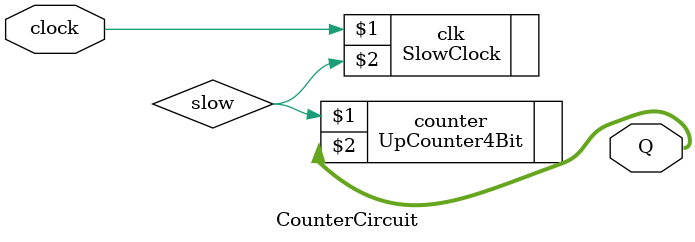
<source format=v>
`timescale 1ns / 1ps


module CounterCircuit(clock,Q);
input clock;
output reg[3:0] Q;
reg slow;
SlowClock clk(clock,slow);
UpCounter4Bit counter(slow,Q);

endmodule

</source>
